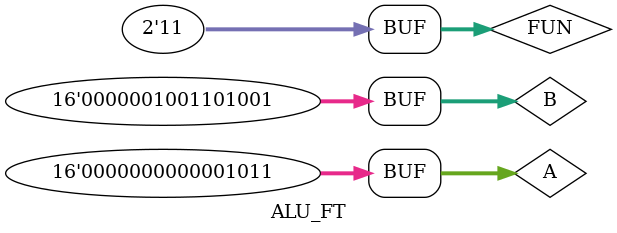
<source format=v>
`timescale 1ns / 1ps


module ALU_FT;

	// Inputs
	reg [15:0] A;
	reg [15:0] B;
	reg [1:0] FUN;

	// Outputs
	wire [15:0] Z;

	// Instantiate the Unit Under Test (UUT)
	ALU16_bit uut (
		.A(A), 
		.B(B), 
		.FUN(FUN), 
		.Z(Z)
	);
	
	initial begin
		// Initialize Inputs
		A = 16'B0000_0000_0000_1011;
		B = 16'B0000_0010_0110_1001;
		FUN =2'B00;

		// Wait 100 ns for global reset to finish
		#100;
      A = 16'B0000_0000_0000_1011;
		B = 16'B0000_0010_0110_1001;
		FUN =2'B01;

		// Wait 100 ns for global reset to finish
		#100;
		A = 16'B0000_0000_0000_1011;
		B = 16'B0000_0010_0110_1001;
		FUN = 2'B10;

		// Wait 100 ns for global reset to finish
		#100;
		A = 16'B0000_0000_0000_1011;
		B = 16'B0000_0010_0110_1001;
		FUN = 2'B11;

		// Wait 100 ns for global reset to finish
		#100;
		// Add stimulus here

	end
      
endmodule


</source>
